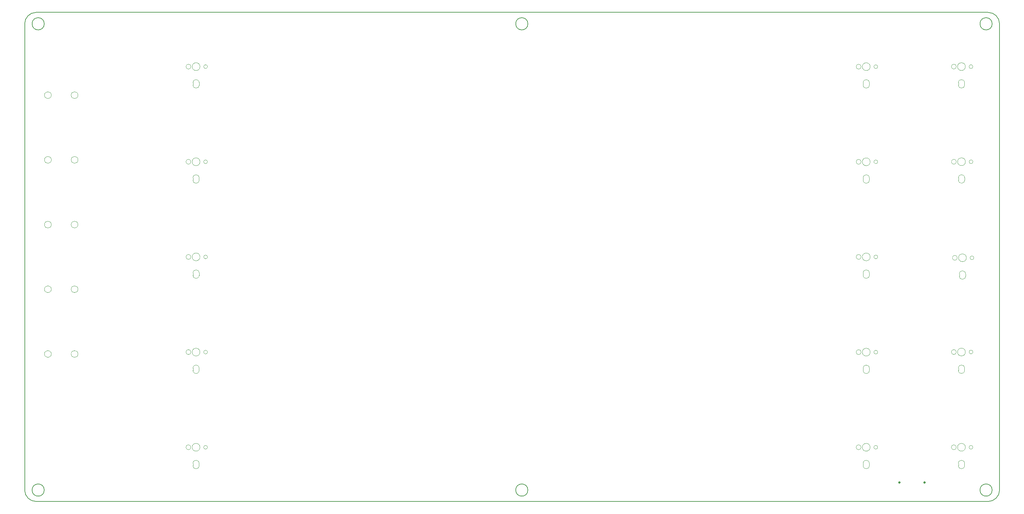
<source format=gbr>
%TF.GenerationSoftware,KiCad,Pcbnew,(6.0.9)*%
%TF.CreationDate,2023-03-16T14:55:21+00:00*%
%TF.ProjectId,Matrix_V2_Base,4d617472-6978-45f5-9632-5f426173652e,rev?*%
%TF.SameCoordinates,Original*%
%TF.FileFunction,Profile,NP*%
%FSLAX46Y46*%
G04 Gerber Fmt 4.6, Leading zero omitted, Abs format (unit mm)*
G04 Created by KiCad (PCBNEW (6.0.9)) date 2023-03-16 14:55:21*
%MOMM*%
%LPD*%
G01*
G04 APERTURE LIST*
%TA.AperFunction,Profile*%
%ADD10C,0.150000*%
%TD*%
%TA.AperFunction,Profile*%
%ADD11C,0.050000*%
%TD*%
%TA.AperFunction,Profile*%
%ADD12C,0.100000*%
%TD*%
%TA.AperFunction,Profile*%
%ADD13C,0.355000*%
%TD*%
G04 APERTURE END LIST*
D10*
X254060000Y-125500000D02*
G75*
G03*
X254060000Y-125500000I-1600000J0D01*
G01*
X256000000Y-3000000D02*
G75*
G03*
X253000000Y0I-3000000J0D01*
G01*
X132140000Y-125500000D02*
G75*
G03*
X132140000Y-125500000I-1600000J0D01*
G01*
X253000000Y0D02*
X3000000Y0D01*
X0Y-125500000D02*
G75*
G03*
X3000000Y-128500000I3000000J0D01*
G01*
X3000000Y-128500000D02*
X253000000Y-128500000D01*
X256000000Y-125500000D02*
X256000000Y-3000000D01*
X253000000Y-128500000D02*
G75*
G03*
X256000000Y-125500000I0J3000000D01*
G01*
X5140000Y-125500000D02*
G75*
G03*
X5140000Y-125500000I-1600000J0D01*
G01*
X0Y-3000000D02*
X0Y-125500000D01*
X132140000Y-3000000D02*
G75*
G03*
X132140000Y-3000000I-1600000J0D01*
G01*
X5140000Y-3000000D02*
G75*
G03*
X5140000Y-3000000I-1600000J0D01*
G01*
X3000000Y0D02*
G75*
G03*
X0Y-3000000I0J-3000000D01*
G01*
X254060000Y-3000000D02*
G75*
G03*
X254060000Y-3000000I-1600000J0D01*
G01*
D11*
%TO.C,SW3*%
X44200000Y-43450000D02*
X44200000Y-44100000D01*
X45800000Y-43450000D02*
X45800000Y-44100000D01*
X45800000Y-43450000D02*
G75*
G03*
X44200000Y-43450000I-800000J0D01*
G01*
X44200000Y-44100000D02*
G75*
G03*
X45800000Y-44100000I800000J0D01*
G01*
X48000000Y-39250000D02*
G75*
G03*
X48000000Y-39250000I-500000J0D01*
G01*
X43650000Y-39250000D02*
G75*
G03*
X43650000Y-39250000I-650000J0D01*
G01*
X46025000Y-39250000D02*
G75*
G03*
X46025000Y-39250000I-1025000J0D01*
G01*
%TO.C,SW5*%
X44200000Y-93450000D02*
X44200000Y-94100000D01*
X45800000Y-93450000D02*
X45800000Y-94100000D01*
X45800000Y-93450000D02*
G75*
G03*
X44200000Y-93450000I-800000J0D01*
G01*
X44200000Y-94100000D02*
G75*
G03*
X45800000Y-94100000I800000J0D01*
G01*
X43650000Y-89250000D02*
G75*
G03*
X43650000Y-89250000I-650000J0D01*
G01*
X48000000Y-89250000D02*
G75*
G03*
X48000000Y-89250000I-500000J0D01*
G01*
X46025000Y-89250000D02*
G75*
G03*
X46025000Y-89250000I-1025000J0D01*
G01*
%TO.C,SW16*%
X246800000Y-118460000D02*
X246800000Y-119110000D01*
X245200000Y-118460000D02*
X245200000Y-119110000D01*
X246800000Y-118460000D02*
G75*
G03*
X245200000Y-118460000I-800000J0D01*
G01*
X245200000Y-119110000D02*
G75*
G03*
X246800000Y-119110000I800000J0D01*
G01*
X244650000Y-114260000D02*
G75*
G03*
X244650000Y-114260000I-650000J0D01*
G01*
X249000000Y-114260000D02*
G75*
G03*
X249000000Y-114260000I-500000J0D01*
G01*
X247025000Y-114260000D02*
G75*
G03*
X247025000Y-114260000I-1025000J0D01*
G01*
D12*
%TO.C,J6*%
X14010000Y-38750000D02*
G75*
G03*
X14010000Y-38750000I-900000J0D01*
G01*
X7010000Y-38750000D02*
G75*
G03*
X7010000Y-38750000I-900000J0D01*
G01*
D11*
%TO.C,SW9*%
X220200000Y-68450000D02*
X220200000Y-69100000D01*
X221800000Y-68450000D02*
X221800000Y-69100000D01*
X220200000Y-69100000D02*
G75*
G03*
X221800000Y-69100000I800000J0D01*
G01*
X221800000Y-68450000D02*
G75*
G03*
X220200000Y-68450000I-800000J0D01*
G01*
X224000000Y-64250000D02*
G75*
G03*
X224000000Y-64250000I-500000J0D01*
G01*
X222025000Y-64250000D02*
G75*
G03*
X222025000Y-64250000I-1025000J0D01*
G01*
X219650000Y-64250000D02*
G75*
G03*
X219650000Y-64250000I-650000J0D01*
G01*
%TO.C,SW7*%
X220200000Y-18460000D02*
X220200000Y-19110000D01*
X221800000Y-18460000D02*
X221800000Y-19110000D01*
X221800000Y-18460000D02*
G75*
G03*
X220200000Y-18460000I-800000J0D01*
G01*
X220200000Y-19110000D02*
G75*
G03*
X221800000Y-19110000I800000J0D01*
G01*
X224000000Y-14260000D02*
G75*
G03*
X224000000Y-14260000I-500000J0D01*
G01*
X219650000Y-14260000D02*
G75*
G03*
X219650000Y-14260000I-650000J0D01*
G01*
X222025000Y-14260000D02*
G75*
G03*
X222025000Y-14260000I-1025000J0D01*
G01*
D12*
%TO.C,J7*%
X14000000Y-21750000D02*
G75*
G03*
X14000000Y-21750000I-900000J0D01*
G01*
X7000000Y-21750000D02*
G75*
G03*
X7000000Y-21750000I-900000J0D01*
G01*
%TO.C,J4*%
X14000000Y-89750000D02*
G75*
G03*
X14000000Y-89750000I-900000J0D01*
G01*
X7000000Y-89750000D02*
G75*
G03*
X7000000Y-89750000I-900000J0D01*
G01*
D11*
%TO.C,SW4*%
X45810000Y-68450000D02*
X45810000Y-69100000D01*
X44210000Y-68450000D02*
X44210000Y-69100000D01*
X45810000Y-68450000D02*
G75*
G03*
X44210000Y-68450000I-800000J0D01*
G01*
X44210000Y-69100000D02*
G75*
G03*
X45810000Y-69100000I800000J0D01*
G01*
X43660000Y-64250000D02*
G75*
G03*
X43660000Y-64250000I-650000J0D01*
G01*
X48010000Y-64250000D02*
G75*
G03*
X48010000Y-64250000I-500000J0D01*
G01*
X46035000Y-64250000D02*
G75*
G03*
X46035000Y-64250000I-1025000J0D01*
G01*
%TO.C,J8*%
D13*
X229877500Y-123500000D02*
G75*
G03*
X229877500Y-123500000I-177500J0D01*
G01*
X236477500Y-123500000D02*
G75*
G03*
X236477500Y-123500000I-177500J0D01*
G01*
D11*
%TO.C,SW8*%
X221800000Y-43460000D02*
X221800000Y-44110000D01*
X220200000Y-43460000D02*
X220200000Y-44110000D01*
X220200000Y-44110000D02*
G75*
G03*
X221800000Y-44110000I800000J0D01*
G01*
X221800000Y-43460000D02*
G75*
G03*
X220200000Y-43460000I-800000J0D01*
G01*
X222025000Y-39260000D02*
G75*
G03*
X222025000Y-39260000I-1025000J0D01*
G01*
X224000000Y-39260000D02*
G75*
G03*
X224000000Y-39260000I-500000J0D01*
G01*
X219650000Y-39260000D02*
G75*
G03*
X219650000Y-39260000I-650000J0D01*
G01*
%TO.C,SW6*%
X45800000Y-118460000D02*
X45800000Y-119110000D01*
X44200000Y-118460000D02*
X44200000Y-119110000D01*
X44200000Y-119110000D02*
G75*
G03*
X45800000Y-119110000I800000J0D01*
G01*
X45800000Y-118460000D02*
G75*
G03*
X44200000Y-118460000I-800000J0D01*
G01*
X48000000Y-114260000D02*
G75*
G03*
X48000000Y-114260000I-500000J0D01*
G01*
X46025000Y-114260000D02*
G75*
G03*
X46025000Y-114260000I-1025000J0D01*
G01*
X43650000Y-114260000D02*
G75*
G03*
X43650000Y-114260000I-650000J0D01*
G01*
%TO.C,SW2*%
X45810000Y-18450000D02*
X45810000Y-19100000D01*
X44210000Y-18450000D02*
X44210000Y-19100000D01*
X45810000Y-18450000D02*
G75*
G03*
X44210000Y-18450000I-800000J0D01*
G01*
X44210000Y-19100000D02*
G75*
G03*
X45810000Y-19100000I800000J0D01*
G01*
X46035000Y-14250000D02*
G75*
G03*
X46035000Y-14250000I-1025000J0D01*
G01*
X43660000Y-14250000D02*
G75*
G03*
X43660000Y-14250000I-650000J0D01*
G01*
X48010000Y-14250000D02*
G75*
G03*
X48010000Y-14250000I-500000J0D01*
G01*
%TO.C,SW15*%
X245200000Y-93440000D02*
X245200000Y-94090000D01*
X246800000Y-93440000D02*
X246800000Y-94090000D01*
X246800000Y-93440000D02*
G75*
G03*
X245200000Y-93440000I-800000J0D01*
G01*
X245200000Y-94090000D02*
G75*
G03*
X246800000Y-94090000I800000J0D01*
G01*
X247025000Y-89240000D02*
G75*
G03*
X247025000Y-89240000I-1025000J0D01*
G01*
X249000000Y-89240000D02*
G75*
G03*
X249000000Y-89240000I-500000J0D01*
G01*
X244650000Y-89240000D02*
G75*
G03*
X244650000Y-89240000I-650000J0D01*
G01*
D12*
%TO.C,J3*%
X7000000Y-72740000D02*
G75*
G03*
X7000000Y-72740000I-900000J0D01*
G01*
X14000000Y-72740000D02*
G75*
G03*
X14000000Y-72740000I-900000J0D01*
G01*
D11*
%TO.C,SW11*%
X221790000Y-118460000D02*
X221790000Y-119110000D01*
X220190000Y-118460000D02*
X220190000Y-119110000D01*
X221790000Y-118460000D02*
G75*
G03*
X220190000Y-118460000I-800000J0D01*
G01*
X220190000Y-119110000D02*
G75*
G03*
X221790000Y-119110000I800000J0D01*
G01*
X222015000Y-114260000D02*
G75*
G03*
X222015000Y-114260000I-1025000J0D01*
G01*
X219640000Y-114260000D02*
G75*
G03*
X219640000Y-114260000I-650000J0D01*
G01*
X223990000Y-114260000D02*
G75*
G03*
X223990000Y-114260000I-500000J0D01*
G01*
%TO.C,SW10*%
X220200000Y-93460000D02*
X220200000Y-94110000D01*
X221800000Y-93460000D02*
X221800000Y-94110000D01*
X220200000Y-94110000D02*
G75*
G03*
X221800000Y-94110000I800000J0D01*
G01*
X221800000Y-93460000D02*
G75*
G03*
X220200000Y-93460000I-800000J0D01*
G01*
X219650000Y-89260000D02*
G75*
G03*
X219650000Y-89260000I-650000J0D01*
G01*
X224000000Y-89260000D02*
G75*
G03*
X224000000Y-89260000I-500000J0D01*
G01*
X222025000Y-89260000D02*
G75*
G03*
X222025000Y-89260000I-1025000J0D01*
G01*
%TO.C,SW14*%
X247060000Y-68680000D02*
X247060000Y-69330000D01*
X245460000Y-68680000D02*
X245460000Y-69330000D01*
X245460000Y-69330000D02*
G75*
G03*
X247060000Y-69330000I800000J0D01*
G01*
X247060000Y-68680000D02*
G75*
G03*
X245460000Y-68680000I-800000J0D01*
G01*
X249260000Y-64480000D02*
G75*
G03*
X249260000Y-64480000I-500000J0D01*
G01*
X244910000Y-64480000D02*
G75*
G03*
X244910000Y-64480000I-650000J0D01*
G01*
X247285000Y-64480000D02*
G75*
G03*
X247285000Y-64480000I-1025000J0D01*
G01*
%TO.C,SW13*%
X245210000Y-43440000D02*
X245210000Y-44090000D01*
X246810000Y-43440000D02*
X246810000Y-44090000D01*
X246810000Y-43440000D02*
G75*
G03*
X245210000Y-43440000I-800000J0D01*
G01*
X245210000Y-44090000D02*
G75*
G03*
X246810000Y-44090000I800000J0D01*
G01*
X247035000Y-39240000D02*
G75*
G03*
X247035000Y-39240000I-1025000J0D01*
G01*
X249010000Y-39240000D02*
G75*
G03*
X249010000Y-39240000I-500000J0D01*
G01*
X244660000Y-39240000D02*
G75*
G03*
X244660000Y-39240000I-650000J0D01*
G01*
D12*
%TO.C,J5*%
X14000000Y-55760000D02*
G75*
G03*
X14000000Y-55760000I-900000J0D01*
G01*
X7000000Y-55760000D02*
G75*
G03*
X7000000Y-55760000I-900000J0D01*
G01*
D11*
%TO.C,SW12*%
X245200000Y-18450000D02*
X245200000Y-19100000D01*
X246800000Y-18450000D02*
X246800000Y-19100000D01*
X245200000Y-19100000D02*
G75*
G03*
X246800000Y-19100000I800000J0D01*
G01*
X246800000Y-18450000D02*
G75*
G03*
X245200000Y-18450000I-800000J0D01*
G01*
X249000000Y-14250000D02*
G75*
G03*
X249000000Y-14250000I-500000J0D01*
G01*
X244650000Y-14250000D02*
G75*
G03*
X244650000Y-14250000I-650000J0D01*
G01*
X247025000Y-14250000D02*
G75*
G03*
X247025000Y-14250000I-1025000J0D01*
G01*
%TD*%
M02*

</source>
